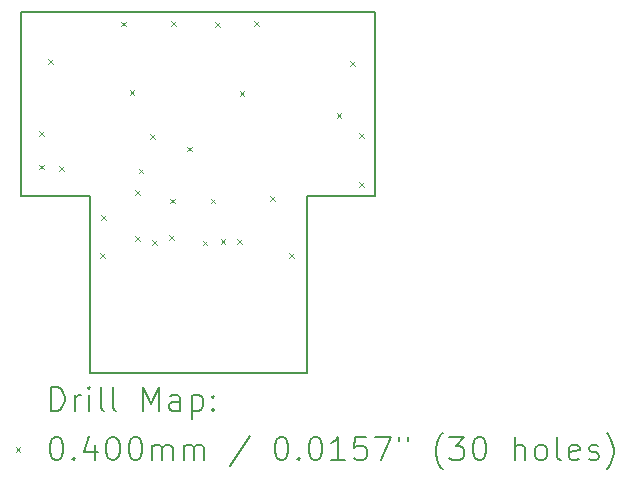
<source format=gbr>
%TF.GenerationSoftware,KiCad,Pcbnew,8.0.3*%
%TF.CreationDate,2024-06-29T19:11:07-04:00*%
%TF.ProjectId,SDGeckoLED,53444765-636b-46f4-9c45-442e6b696361,rev?*%
%TF.SameCoordinates,Original*%
%TF.FileFunction,Drillmap*%
%TF.FilePolarity,Positive*%
%FSLAX45Y45*%
G04 Gerber Fmt 4.5, Leading zero omitted, Abs format (unit mm)*
G04 Created by KiCad (PCBNEW 8.0.3) date 2024-06-29 19:11:07*
%MOMM*%
%LPD*%
G01*
G04 APERTURE LIST*
%ADD10C,0.127000*%
%ADD11C,0.200000*%
%ADD12C,0.100000*%
G04 APERTURE END LIST*
D10*
X11605006Y-8927418D02*
X11605006Y-10477500D01*
X14025118Y-10477500D02*
X14605000Y-10477500D01*
X12185142Y-10477500D02*
X12185142Y-11981434D01*
X14605000Y-8927418D02*
X11605006Y-8927418D01*
X14605000Y-10477500D02*
X14605000Y-8927418D01*
X11605006Y-10477500D02*
X12185142Y-10477500D01*
X14025118Y-11981434D02*
X14025118Y-10477500D01*
X12185142Y-11981434D02*
X14025118Y-11981434D01*
D11*
D12*
X11755440Y-9931720D02*
X11795440Y-9971720D01*
X11795440Y-9931720D02*
X11755440Y-9971720D01*
X11757980Y-10216200D02*
X11797980Y-10256200D01*
X11797980Y-10216200D02*
X11757980Y-10256200D01*
X11834180Y-9324660D02*
X11874180Y-9364660D01*
X11874180Y-9324660D02*
X11834180Y-9364660D01*
X11925730Y-10229600D02*
X11965730Y-10269600D01*
X11965730Y-10229600D02*
X11925730Y-10269600D01*
X12271779Y-10965538D02*
X12311779Y-11005538D01*
X12311779Y-10965538D02*
X12271779Y-11005538D01*
X12281220Y-10642920D02*
X12321220Y-10682920D01*
X12321220Y-10642920D02*
X12281220Y-10682920D01*
X12451400Y-9005560D02*
X12491400Y-9045560D01*
X12491400Y-9005560D02*
X12451400Y-9045560D01*
X12525060Y-9583740D02*
X12565060Y-9623740D01*
X12565060Y-9583740D02*
X12525060Y-9623740D01*
X12568240Y-10818180D02*
X12608240Y-10858180D01*
X12608240Y-10818180D02*
X12568240Y-10858180D01*
X12570780Y-10429560D02*
X12610780Y-10469560D01*
X12610780Y-10429560D02*
X12570780Y-10469560D01*
X12601260Y-10249220D02*
X12641260Y-10289220D01*
X12641260Y-10249220D02*
X12601260Y-10289220D01*
X12697780Y-9957120D02*
X12737780Y-9997120D01*
X12737780Y-9957120D02*
X12697780Y-9997120D01*
X12713726Y-10856280D02*
X12753726Y-10896280D01*
X12753726Y-10856280D02*
X12713726Y-10896280D01*
X12860340Y-10810560D02*
X12900340Y-10850560D01*
X12900340Y-10810560D02*
X12860340Y-10850560D01*
X12865420Y-10503220D02*
X12905420Y-10543220D01*
X12905420Y-10503220D02*
X12865420Y-10543220D01*
X12875580Y-9003020D02*
X12915580Y-9043020D01*
X12915580Y-9003020D02*
X12875580Y-9043020D01*
X13010280Y-10063800D02*
X13050280Y-10103800D01*
X13050280Y-10063800D02*
X13010280Y-10103800D01*
X13142280Y-10858820D02*
X13182280Y-10898820D01*
X13182280Y-10858820D02*
X13142280Y-10898820D01*
X13210860Y-10503220D02*
X13250860Y-10543220D01*
X13250860Y-10503220D02*
X13210860Y-10543220D01*
X13246420Y-9008100D02*
X13286420Y-9048100D01*
X13286420Y-9008100D02*
X13246420Y-9048100D01*
X13293726Y-10848797D02*
X13333726Y-10888797D01*
X13333726Y-10848797D02*
X13293726Y-10888797D01*
X13436933Y-10846120D02*
X13476933Y-10886120D01*
X13476933Y-10846120D02*
X13436933Y-10886120D01*
X13454700Y-9591360D02*
X13494700Y-9631360D01*
X13494700Y-9591360D02*
X13454700Y-9631360D01*
X13576620Y-9003020D02*
X13616620Y-9043020D01*
X13616620Y-9003020D02*
X13576620Y-9043020D01*
X13716320Y-10480360D02*
X13756320Y-10520360D01*
X13756320Y-10480360D02*
X13716320Y-10520360D01*
X13872658Y-10965128D02*
X13912658Y-11005128D01*
X13912658Y-10965128D02*
X13872658Y-11005128D01*
X14276770Y-9779320D02*
X14316770Y-9819320D01*
X14316770Y-9779320D02*
X14276770Y-9819320D01*
X14391960Y-9337360D02*
X14431960Y-9377360D01*
X14431960Y-9337360D02*
X14391960Y-9377360D01*
X14465620Y-10366060D02*
X14505620Y-10406060D01*
X14505620Y-10366060D02*
X14465620Y-10406060D01*
X14468160Y-9946960D02*
X14508160Y-9986960D01*
X14508160Y-9946960D02*
X14468160Y-9986960D01*
D11*
X11859433Y-12299268D02*
X11859433Y-12099268D01*
X11859433Y-12099268D02*
X11907052Y-12099268D01*
X11907052Y-12099268D02*
X11935623Y-12108792D01*
X11935623Y-12108792D02*
X11954671Y-12127839D01*
X11954671Y-12127839D02*
X11964195Y-12146887D01*
X11964195Y-12146887D02*
X11973718Y-12184982D01*
X11973718Y-12184982D02*
X11973718Y-12213553D01*
X11973718Y-12213553D02*
X11964195Y-12251649D01*
X11964195Y-12251649D02*
X11954671Y-12270696D01*
X11954671Y-12270696D02*
X11935623Y-12289744D01*
X11935623Y-12289744D02*
X11907052Y-12299268D01*
X11907052Y-12299268D02*
X11859433Y-12299268D01*
X12059433Y-12299268D02*
X12059433Y-12165934D01*
X12059433Y-12204030D02*
X12068957Y-12184982D01*
X12068957Y-12184982D02*
X12078480Y-12175458D01*
X12078480Y-12175458D02*
X12097528Y-12165934D01*
X12097528Y-12165934D02*
X12116576Y-12165934D01*
X12183242Y-12299268D02*
X12183242Y-12165934D01*
X12183242Y-12099268D02*
X12173718Y-12108792D01*
X12173718Y-12108792D02*
X12183242Y-12118315D01*
X12183242Y-12118315D02*
X12192766Y-12108792D01*
X12192766Y-12108792D02*
X12183242Y-12099268D01*
X12183242Y-12099268D02*
X12183242Y-12118315D01*
X12307052Y-12299268D02*
X12288004Y-12289744D01*
X12288004Y-12289744D02*
X12278480Y-12270696D01*
X12278480Y-12270696D02*
X12278480Y-12099268D01*
X12411814Y-12299268D02*
X12392766Y-12289744D01*
X12392766Y-12289744D02*
X12383242Y-12270696D01*
X12383242Y-12270696D02*
X12383242Y-12099268D01*
X12640385Y-12299268D02*
X12640385Y-12099268D01*
X12640385Y-12099268D02*
X12707052Y-12242125D01*
X12707052Y-12242125D02*
X12773718Y-12099268D01*
X12773718Y-12099268D02*
X12773718Y-12299268D01*
X12954671Y-12299268D02*
X12954671Y-12194506D01*
X12954671Y-12194506D02*
X12945147Y-12175458D01*
X12945147Y-12175458D02*
X12926099Y-12165934D01*
X12926099Y-12165934D02*
X12888004Y-12165934D01*
X12888004Y-12165934D02*
X12868957Y-12175458D01*
X12954671Y-12289744D02*
X12935623Y-12299268D01*
X12935623Y-12299268D02*
X12888004Y-12299268D01*
X12888004Y-12299268D02*
X12868957Y-12289744D01*
X12868957Y-12289744D02*
X12859433Y-12270696D01*
X12859433Y-12270696D02*
X12859433Y-12251649D01*
X12859433Y-12251649D02*
X12868957Y-12232601D01*
X12868957Y-12232601D02*
X12888004Y-12223077D01*
X12888004Y-12223077D02*
X12935623Y-12223077D01*
X12935623Y-12223077D02*
X12954671Y-12213553D01*
X13049909Y-12165934D02*
X13049909Y-12365934D01*
X13049909Y-12175458D02*
X13068957Y-12165934D01*
X13068957Y-12165934D02*
X13107052Y-12165934D01*
X13107052Y-12165934D02*
X13126099Y-12175458D01*
X13126099Y-12175458D02*
X13135623Y-12184982D01*
X13135623Y-12184982D02*
X13145147Y-12204030D01*
X13145147Y-12204030D02*
X13145147Y-12261172D01*
X13145147Y-12261172D02*
X13135623Y-12280220D01*
X13135623Y-12280220D02*
X13126099Y-12289744D01*
X13126099Y-12289744D02*
X13107052Y-12299268D01*
X13107052Y-12299268D02*
X13068957Y-12299268D01*
X13068957Y-12299268D02*
X13049909Y-12289744D01*
X13230861Y-12280220D02*
X13240385Y-12289744D01*
X13240385Y-12289744D02*
X13230861Y-12299268D01*
X13230861Y-12299268D02*
X13221338Y-12289744D01*
X13221338Y-12289744D02*
X13230861Y-12280220D01*
X13230861Y-12280220D02*
X13230861Y-12299268D01*
X13230861Y-12175458D02*
X13240385Y-12184982D01*
X13240385Y-12184982D02*
X13230861Y-12194506D01*
X13230861Y-12194506D02*
X13221338Y-12184982D01*
X13221338Y-12184982D02*
X13230861Y-12175458D01*
X13230861Y-12175458D02*
X13230861Y-12194506D01*
D12*
X11558656Y-12607784D02*
X11598656Y-12647784D01*
X11598656Y-12607784D02*
X11558656Y-12647784D01*
D11*
X11897528Y-12519268D02*
X11916576Y-12519268D01*
X11916576Y-12519268D02*
X11935623Y-12528792D01*
X11935623Y-12528792D02*
X11945147Y-12538315D01*
X11945147Y-12538315D02*
X11954671Y-12557363D01*
X11954671Y-12557363D02*
X11964195Y-12595458D01*
X11964195Y-12595458D02*
X11964195Y-12643077D01*
X11964195Y-12643077D02*
X11954671Y-12681172D01*
X11954671Y-12681172D02*
X11945147Y-12700220D01*
X11945147Y-12700220D02*
X11935623Y-12709744D01*
X11935623Y-12709744D02*
X11916576Y-12719268D01*
X11916576Y-12719268D02*
X11897528Y-12719268D01*
X11897528Y-12719268D02*
X11878480Y-12709744D01*
X11878480Y-12709744D02*
X11868957Y-12700220D01*
X11868957Y-12700220D02*
X11859433Y-12681172D01*
X11859433Y-12681172D02*
X11849909Y-12643077D01*
X11849909Y-12643077D02*
X11849909Y-12595458D01*
X11849909Y-12595458D02*
X11859433Y-12557363D01*
X11859433Y-12557363D02*
X11868957Y-12538315D01*
X11868957Y-12538315D02*
X11878480Y-12528792D01*
X11878480Y-12528792D02*
X11897528Y-12519268D01*
X12049909Y-12700220D02*
X12059433Y-12709744D01*
X12059433Y-12709744D02*
X12049909Y-12719268D01*
X12049909Y-12719268D02*
X12040385Y-12709744D01*
X12040385Y-12709744D02*
X12049909Y-12700220D01*
X12049909Y-12700220D02*
X12049909Y-12719268D01*
X12230861Y-12585934D02*
X12230861Y-12719268D01*
X12183242Y-12509744D02*
X12135623Y-12652601D01*
X12135623Y-12652601D02*
X12259433Y-12652601D01*
X12373718Y-12519268D02*
X12392766Y-12519268D01*
X12392766Y-12519268D02*
X12411814Y-12528792D01*
X12411814Y-12528792D02*
X12421338Y-12538315D01*
X12421338Y-12538315D02*
X12430861Y-12557363D01*
X12430861Y-12557363D02*
X12440385Y-12595458D01*
X12440385Y-12595458D02*
X12440385Y-12643077D01*
X12440385Y-12643077D02*
X12430861Y-12681172D01*
X12430861Y-12681172D02*
X12421338Y-12700220D01*
X12421338Y-12700220D02*
X12411814Y-12709744D01*
X12411814Y-12709744D02*
X12392766Y-12719268D01*
X12392766Y-12719268D02*
X12373718Y-12719268D01*
X12373718Y-12719268D02*
X12354671Y-12709744D01*
X12354671Y-12709744D02*
X12345147Y-12700220D01*
X12345147Y-12700220D02*
X12335623Y-12681172D01*
X12335623Y-12681172D02*
X12326099Y-12643077D01*
X12326099Y-12643077D02*
X12326099Y-12595458D01*
X12326099Y-12595458D02*
X12335623Y-12557363D01*
X12335623Y-12557363D02*
X12345147Y-12538315D01*
X12345147Y-12538315D02*
X12354671Y-12528792D01*
X12354671Y-12528792D02*
X12373718Y-12519268D01*
X12564195Y-12519268D02*
X12583242Y-12519268D01*
X12583242Y-12519268D02*
X12602290Y-12528792D01*
X12602290Y-12528792D02*
X12611814Y-12538315D01*
X12611814Y-12538315D02*
X12621338Y-12557363D01*
X12621338Y-12557363D02*
X12630861Y-12595458D01*
X12630861Y-12595458D02*
X12630861Y-12643077D01*
X12630861Y-12643077D02*
X12621338Y-12681172D01*
X12621338Y-12681172D02*
X12611814Y-12700220D01*
X12611814Y-12700220D02*
X12602290Y-12709744D01*
X12602290Y-12709744D02*
X12583242Y-12719268D01*
X12583242Y-12719268D02*
X12564195Y-12719268D01*
X12564195Y-12719268D02*
X12545147Y-12709744D01*
X12545147Y-12709744D02*
X12535623Y-12700220D01*
X12535623Y-12700220D02*
X12526099Y-12681172D01*
X12526099Y-12681172D02*
X12516576Y-12643077D01*
X12516576Y-12643077D02*
X12516576Y-12595458D01*
X12516576Y-12595458D02*
X12526099Y-12557363D01*
X12526099Y-12557363D02*
X12535623Y-12538315D01*
X12535623Y-12538315D02*
X12545147Y-12528792D01*
X12545147Y-12528792D02*
X12564195Y-12519268D01*
X12716576Y-12719268D02*
X12716576Y-12585934D01*
X12716576Y-12604982D02*
X12726099Y-12595458D01*
X12726099Y-12595458D02*
X12745147Y-12585934D01*
X12745147Y-12585934D02*
X12773719Y-12585934D01*
X12773719Y-12585934D02*
X12792766Y-12595458D01*
X12792766Y-12595458D02*
X12802290Y-12614506D01*
X12802290Y-12614506D02*
X12802290Y-12719268D01*
X12802290Y-12614506D02*
X12811814Y-12595458D01*
X12811814Y-12595458D02*
X12830861Y-12585934D01*
X12830861Y-12585934D02*
X12859433Y-12585934D01*
X12859433Y-12585934D02*
X12878480Y-12595458D01*
X12878480Y-12595458D02*
X12888004Y-12614506D01*
X12888004Y-12614506D02*
X12888004Y-12719268D01*
X12983242Y-12719268D02*
X12983242Y-12585934D01*
X12983242Y-12604982D02*
X12992766Y-12595458D01*
X12992766Y-12595458D02*
X13011814Y-12585934D01*
X13011814Y-12585934D02*
X13040385Y-12585934D01*
X13040385Y-12585934D02*
X13059433Y-12595458D01*
X13059433Y-12595458D02*
X13068957Y-12614506D01*
X13068957Y-12614506D02*
X13068957Y-12719268D01*
X13068957Y-12614506D02*
X13078480Y-12595458D01*
X13078480Y-12595458D02*
X13097528Y-12585934D01*
X13097528Y-12585934D02*
X13126099Y-12585934D01*
X13126099Y-12585934D02*
X13145147Y-12595458D01*
X13145147Y-12595458D02*
X13154671Y-12614506D01*
X13154671Y-12614506D02*
X13154671Y-12719268D01*
X13545147Y-12509744D02*
X13373719Y-12766887D01*
X13802290Y-12519268D02*
X13821338Y-12519268D01*
X13821338Y-12519268D02*
X13840385Y-12528792D01*
X13840385Y-12528792D02*
X13849909Y-12538315D01*
X13849909Y-12538315D02*
X13859433Y-12557363D01*
X13859433Y-12557363D02*
X13868957Y-12595458D01*
X13868957Y-12595458D02*
X13868957Y-12643077D01*
X13868957Y-12643077D02*
X13859433Y-12681172D01*
X13859433Y-12681172D02*
X13849909Y-12700220D01*
X13849909Y-12700220D02*
X13840385Y-12709744D01*
X13840385Y-12709744D02*
X13821338Y-12719268D01*
X13821338Y-12719268D02*
X13802290Y-12719268D01*
X13802290Y-12719268D02*
X13783242Y-12709744D01*
X13783242Y-12709744D02*
X13773719Y-12700220D01*
X13773719Y-12700220D02*
X13764195Y-12681172D01*
X13764195Y-12681172D02*
X13754671Y-12643077D01*
X13754671Y-12643077D02*
X13754671Y-12595458D01*
X13754671Y-12595458D02*
X13764195Y-12557363D01*
X13764195Y-12557363D02*
X13773719Y-12538315D01*
X13773719Y-12538315D02*
X13783242Y-12528792D01*
X13783242Y-12528792D02*
X13802290Y-12519268D01*
X13954671Y-12700220D02*
X13964195Y-12709744D01*
X13964195Y-12709744D02*
X13954671Y-12719268D01*
X13954671Y-12719268D02*
X13945147Y-12709744D01*
X13945147Y-12709744D02*
X13954671Y-12700220D01*
X13954671Y-12700220D02*
X13954671Y-12719268D01*
X14088004Y-12519268D02*
X14107052Y-12519268D01*
X14107052Y-12519268D02*
X14126100Y-12528792D01*
X14126100Y-12528792D02*
X14135623Y-12538315D01*
X14135623Y-12538315D02*
X14145147Y-12557363D01*
X14145147Y-12557363D02*
X14154671Y-12595458D01*
X14154671Y-12595458D02*
X14154671Y-12643077D01*
X14154671Y-12643077D02*
X14145147Y-12681172D01*
X14145147Y-12681172D02*
X14135623Y-12700220D01*
X14135623Y-12700220D02*
X14126100Y-12709744D01*
X14126100Y-12709744D02*
X14107052Y-12719268D01*
X14107052Y-12719268D02*
X14088004Y-12719268D01*
X14088004Y-12719268D02*
X14068957Y-12709744D01*
X14068957Y-12709744D02*
X14059433Y-12700220D01*
X14059433Y-12700220D02*
X14049909Y-12681172D01*
X14049909Y-12681172D02*
X14040385Y-12643077D01*
X14040385Y-12643077D02*
X14040385Y-12595458D01*
X14040385Y-12595458D02*
X14049909Y-12557363D01*
X14049909Y-12557363D02*
X14059433Y-12538315D01*
X14059433Y-12538315D02*
X14068957Y-12528792D01*
X14068957Y-12528792D02*
X14088004Y-12519268D01*
X14345147Y-12719268D02*
X14230862Y-12719268D01*
X14288004Y-12719268D02*
X14288004Y-12519268D01*
X14288004Y-12519268D02*
X14268957Y-12547839D01*
X14268957Y-12547839D02*
X14249909Y-12566887D01*
X14249909Y-12566887D02*
X14230862Y-12576411D01*
X14526100Y-12519268D02*
X14430862Y-12519268D01*
X14430862Y-12519268D02*
X14421338Y-12614506D01*
X14421338Y-12614506D02*
X14430862Y-12604982D01*
X14430862Y-12604982D02*
X14449909Y-12595458D01*
X14449909Y-12595458D02*
X14497528Y-12595458D01*
X14497528Y-12595458D02*
X14516576Y-12604982D01*
X14516576Y-12604982D02*
X14526100Y-12614506D01*
X14526100Y-12614506D02*
X14535623Y-12633553D01*
X14535623Y-12633553D02*
X14535623Y-12681172D01*
X14535623Y-12681172D02*
X14526100Y-12700220D01*
X14526100Y-12700220D02*
X14516576Y-12709744D01*
X14516576Y-12709744D02*
X14497528Y-12719268D01*
X14497528Y-12719268D02*
X14449909Y-12719268D01*
X14449909Y-12719268D02*
X14430862Y-12709744D01*
X14430862Y-12709744D02*
X14421338Y-12700220D01*
X14602290Y-12519268D02*
X14735623Y-12519268D01*
X14735623Y-12519268D02*
X14649909Y-12719268D01*
X14802290Y-12519268D02*
X14802290Y-12557363D01*
X14878481Y-12519268D02*
X14878481Y-12557363D01*
X15173719Y-12795458D02*
X15164195Y-12785934D01*
X15164195Y-12785934D02*
X15145147Y-12757363D01*
X15145147Y-12757363D02*
X15135624Y-12738315D01*
X15135624Y-12738315D02*
X15126100Y-12709744D01*
X15126100Y-12709744D02*
X15116576Y-12662125D01*
X15116576Y-12662125D02*
X15116576Y-12624030D01*
X15116576Y-12624030D02*
X15126100Y-12576411D01*
X15126100Y-12576411D02*
X15135624Y-12547839D01*
X15135624Y-12547839D02*
X15145147Y-12528792D01*
X15145147Y-12528792D02*
X15164195Y-12500220D01*
X15164195Y-12500220D02*
X15173719Y-12490696D01*
X15230862Y-12519268D02*
X15354671Y-12519268D01*
X15354671Y-12519268D02*
X15288004Y-12595458D01*
X15288004Y-12595458D02*
X15316576Y-12595458D01*
X15316576Y-12595458D02*
X15335624Y-12604982D01*
X15335624Y-12604982D02*
X15345147Y-12614506D01*
X15345147Y-12614506D02*
X15354671Y-12633553D01*
X15354671Y-12633553D02*
X15354671Y-12681172D01*
X15354671Y-12681172D02*
X15345147Y-12700220D01*
X15345147Y-12700220D02*
X15335624Y-12709744D01*
X15335624Y-12709744D02*
X15316576Y-12719268D01*
X15316576Y-12719268D02*
X15259433Y-12719268D01*
X15259433Y-12719268D02*
X15240385Y-12709744D01*
X15240385Y-12709744D02*
X15230862Y-12700220D01*
X15478481Y-12519268D02*
X15497528Y-12519268D01*
X15497528Y-12519268D02*
X15516576Y-12528792D01*
X15516576Y-12528792D02*
X15526100Y-12538315D01*
X15526100Y-12538315D02*
X15535624Y-12557363D01*
X15535624Y-12557363D02*
X15545147Y-12595458D01*
X15545147Y-12595458D02*
X15545147Y-12643077D01*
X15545147Y-12643077D02*
X15535624Y-12681172D01*
X15535624Y-12681172D02*
X15526100Y-12700220D01*
X15526100Y-12700220D02*
X15516576Y-12709744D01*
X15516576Y-12709744D02*
X15497528Y-12719268D01*
X15497528Y-12719268D02*
X15478481Y-12719268D01*
X15478481Y-12719268D02*
X15459433Y-12709744D01*
X15459433Y-12709744D02*
X15449909Y-12700220D01*
X15449909Y-12700220D02*
X15440385Y-12681172D01*
X15440385Y-12681172D02*
X15430862Y-12643077D01*
X15430862Y-12643077D02*
X15430862Y-12595458D01*
X15430862Y-12595458D02*
X15440385Y-12557363D01*
X15440385Y-12557363D02*
X15449909Y-12538315D01*
X15449909Y-12538315D02*
X15459433Y-12528792D01*
X15459433Y-12528792D02*
X15478481Y-12519268D01*
X15783243Y-12719268D02*
X15783243Y-12519268D01*
X15868957Y-12719268D02*
X15868957Y-12614506D01*
X15868957Y-12614506D02*
X15859433Y-12595458D01*
X15859433Y-12595458D02*
X15840386Y-12585934D01*
X15840386Y-12585934D02*
X15811814Y-12585934D01*
X15811814Y-12585934D02*
X15792766Y-12595458D01*
X15792766Y-12595458D02*
X15783243Y-12604982D01*
X15992766Y-12719268D02*
X15973719Y-12709744D01*
X15973719Y-12709744D02*
X15964195Y-12700220D01*
X15964195Y-12700220D02*
X15954671Y-12681172D01*
X15954671Y-12681172D02*
X15954671Y-12624030D01*
X15954671Y-12624030D02*
X15964195Y-12604982D01*
X15964195Y-12604982D02*
X15973719Y-12595458D01*
X15973719Y-12595458D02*
X15992766Y-12585934D01*
X15992766Y-12585934D02*
X16021338Y-12585934D01*
X16021338Y-12585934D02*
X16040386Y-12595458D01*
X16040386Y-12595458D02*
X16049909Y-12604982D01*
X16049909Y-12604982D02*
X16059433Y-12624030D01*
X16059433Y-12624030D02*
X16059433Y-12681172D01*
X16059433Y-12681172D02*
X16049909Y-12700220D01*
X16049909Y-12700220D02*
X16040386Y-12709744D01*
X16040386Y-12709744D02*
X16021338Y-12719268D01*
X16021338Y-12719268D02*
X15992766Y-12719268D01*
X16173719Y-12719268D02*
X16154671Y-12709744D01*
X16154671Y-12709744D02*
X16145147Y-12690696D01*
X16145147Y-12690696D02*
X16145147Y-12519268D01*
X16326100Y-12709744D02*
X16307052Y-12719268D01*
X16307052Y-12719268D02*
X16268957Y-12719268D01*
X16268957Y-12719268D02*
X16249909Y-12709744D01*
X16249909Y-12709744D02*
X16240386Y-12690696D01*
X16240386Y-12690696D02*
X16240386Y-12614506D01*
X16240386Y-12614506D02*
X16249909Y-12595458D01*
X16249909Y-12595458D02*
X16268957Y-12585934D01*
X16268957Y-12585934D02*
X16307052Y-12585934D01*
X16307052Y-12585934D02*
X16326100Y-12595458D01*
X16326100Y-12595458D02*
X16335624Y-12614506D01*
X16335624Y-12614506D02*
X16335624Y-12633553D01*
X16335624Y-12633553D02*
X16240386Y-12652601D01*
X16411814Y-12709744D02*
X16430862Y-12719268D01*
X16430862Y-12719268D02*
X16468957Y-12719268D01*
X16468957Y-12719268D02*
X16488005Y-12709744D01*
X16488005Y-12709744D02*
X16497528Y-12690696D01*
X16497528Y-12690696D02*
X16497528Y-12681172D01*
X16497528Y-12681172D02*
X16488005Y-12662125D01*
X16488005Y-12662125D02*
X16468957Y-12652601D01*
X16468957Y-12652601D02*
X16440386Y-12652601D01*
X16440386Y-12652601D02*
X16421338Y-12643077D01*
X16421338Y-12643077D02*
X16411814Y-12624030D01*
X16411814Y-12624030D02*
X16411814Y-12614506D01*
X16411814Y-12614506D02*
X16421338Y-12595458D01*
X16421338Y-12595458D02*
X16440386Y-12585934D01*
X16440386Y-12585934D02*
X16468957Y-12585934D01*
X16468957Y-12585934D02*
X16488005Y-12595458D01*
X16564195Y-12795458D02*
X16573719Y-12785934D01*
X16573719Y-12785934D02*
X16592767Y-12757363D01*
X16592767Y-12757363D02*
X16602290Y-12738315D01*
X16602290Y-12738315D02*
X16611814Y-12709744D01*
X16611814Y-12709744D02*
X16621338Y-12662125D01*
X16621338Y-12662125D02*
X16621338Y-12624030D01*
X16621338Y-12624030D02*
X16611814Y-12576411D01*
X16611814Y-12576411D02*
X16602290Y-12547839D01*
X16602290Y-12547839D02*
X16592767Y-12528792D01*
X16592767Y-12528792D02*
X16573719Y-12500220D01*
X16573719Y-12500220D02*
X16564195Y-12490696D01*
M02*

</source>
